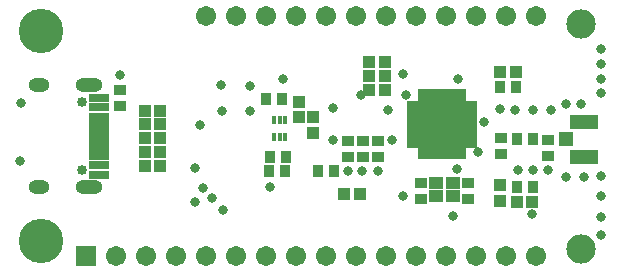
<source format=gbr>
%TF.GenerationSoftware,Altium Limited,Altium Designer,20.0.10 (225)*%
G04 Layer_Color=8388736*
%FSLAX26Y26*%
%MOIN*%
%TF.FileFunction,Soldermask,Top*%
%TF.Part,Single*%
G01*
G75*
%TA.AperFunction,ComponentPad*%
%ADD40C,0.067370*%
%ADD41R,0.067370X0.067370*%
%ADD42C,0.148000*%
%ADD43C,0.098000*%
%ADD44O,0.070992X0.047370*%
%ADD45O,0.090677X0.047370*%
%ADD46C,0.033591*%
%TA.AperFunction,ViaPad*%
%ADD47C,0.031622*%
%TA.AperFunction,SMDPad,CuDef*%
%ADD53R,0.039496X0.043433*%
%ADD54R,0.039496X0.037528*%
%ADD55R,0.043433X0.039496*%
%ADD56R,0.049339X0.047370*%
%ADD57R,0.094614X0.049339*%
%TA.AperFunction,ConnectorPad*%
%ADD58R,0.065087X0.031622*%
%ADD59R,0.065087X0.019811*%
%TA.AperFunction,SMDPad,CuDef*%
%ADD60R,0.037528X0.039496*%
%ADD61R,0.039496X0.018630*%
%ADD62R,0.018630X0.039496*%
%ADD63R,0.153669X0.153669*%
%ADD64R,0.045402X0.041465*%
%ADD65R,0.015811X0.030378*%
D40*
X1761323Y864567D02*
D03*
X1661323D02*
D03*
X1561323D02*
D03*
X1461323D02*
D03*
X1361323D02*
D03*
X1261323D02*
D03*
X1161323D02*
D03*
X1061323D02*
D03*
X961323D02*
D03*
X861323D02*
D03*
X761323D02*
D03*
X661323D02*
D03*
X1761323Y64567D02*
D03*
X1661323D02*
D03*
X1561323D02*
D03*
X1461323D02*
D03*
X1361323D02*
D03*
X1261323D02*
D03*
X1161323D02*
D03*
X1061323D02*
D03*
X961323D02*
D03*
X861323D02*
D03*
X761323D02*
D03*
X661323D02*
D03*
X561323D02*
D03*
X461323D02*
D03*
X361323D02*
D03*
D41*
X261323D02*
D03*
D42*
X111323Y114567D02*
D03*
Y814567D02*
D03*
D43*
X1911323Y839567D02*
D03*
Y89567D02*
D03*
D44*
X104529Y294882D02*
D03*
Y635039D02*
D03*
D45*
X269096Y294882D02*
D03*
Y635039D02*
D03*
D46*
X248230Y351181D02*
D03*
Y578740D02*
D03*
D47*
X917402Y656032D02*
D03*
X1266323Y553909D02*
D03*
X1084991Y558682D02*
D03*
X1316882Y265540D02*
D03*
X873031Y296025D02*
D03*
X622978Y245308D02*
D03*
X1483488Y200276D02*
D03*
X38886Y383154D02*
D03*
X43089Y575021D02*
D03*
X807070Y548909D02*
D03*
Y631551D02*
D03*
X711877Y634179D02*
D03*
X712530Y550604D02*
D03*
X1317913Y673228D02*
D03*
X1748032Y204724D02*
D03*
X649606Y291339D02*
D03*
X679134Y257874D02*
D03*
X718504Y218504D02*
D03*
X374016Y668698D02*
D03*
X622978Y360824D02*
D03*
X639764Y502172D02*
D03*
X1176102Y603111D02*
D03*
X1328740Y603740D02*
D03*
X1133858Y349606D02*
D03*
X1181102Y348031D02*
D03*
X1978347Y136220D02*
D03*
Y195276D02*
D03*
X1978347Y264173D02*
D03*
X1978347Y756299D02*
D03*
X1978347Y705512D02*
D03*
Y657495D02*
D03*
Y609354D02*
D03*
X1909449Y571777D02*
D03*
X1860236Y571773D02*
D03*
X1811024Y552695D02*
D03*
X1749016D02*
D03*
X1690943D02*
D03*
X1640963Y554269D02*
D03*
X1699034Y351181D02*
D03*
X1749016D02*
D03*
X1801181Y352756D02*
D03*
X1859252Y327953D02*
D03*
X1919291Y329527D02*
D03*
X1978347Y331102D02*
D03*
X1232284Y348031D02*
D03*
X1279528Y453918D02*
D03*
X1082677Y452162D02*
D03*
X1414173Y460262D02*
D03*
X1484252Y461837D02*
D03*
Y547334D02*
D03*
X1414173Y548909D02*
D03*
X1499213Y654724D02*
D03*
X1586889Y511811D02*
D03*
X1496063Y354331D02*
D03*
X1566416Y412443D02*
D03*
D53*
X1122047Y272297D02*
D03*
X1173228D02*
D03*
X1204724Y666985D02*
D03*
X1255906D02*
D03*
X1696850Y247172D02*
D03*
X1748032D02*
D03*
X1641947Y678253D02*
D03*
X1693128D02*
D03*
X1204724Y619488D02*
D03*
X1255906D02*
D03*
X456110Y550484D02*
D03*
X507291D02*
D03*
X456110Y504381D02*
D03*
X507291D02*
D03*
X456110Y458278D02*
D03*
X507291D02*
D03*
X456110Y412175D02*
D03*
X507291D02*
D03*
X456110Y366072D02*
D03*
X507291D02*
D03*
X1204724Y712087D02*
D03*
X1255906D02*
D03*
D54*
X374016Y619488D02*
D03*
Y566339D02*
D03*
X1133858Y450570D02*
D03*
Y397420D02*
D03*
X1183071Y450570D02*
D03*
Y397420D02*
D03*
X1232284Y450570D02*
D03*
Y397420D02*
D03*
X1535433Y254921D02*
D03*
Y308071D02*
D03*
X1377953Y308069D02*
D03*
Y254920D02*
D03*
X1643701Y404528D02*
D03*
Y457677D02*
D03*
X1801181Y453737D02*
D03*
Y400588D02*
D03*
D55*
X1641732Y249792D02*
D03*
Y300973D02*
D03*
X1018720Y527949D02*
D03*
Y476767D02*
D03*
X971869Y580610D02*
D03*
Y529429D02*
D03*
D56*
X1859252Y454253D02*
D03*
D57*
X1919291Y396182D02*
D03*
Y512324D02*
D03*
D58*
X305120Y337008D02*
D03*
Y368504D02*
D03*
Y561417D02*
D03*
Y592913D02*
D03*
D59*
Y474803D02*
D03*
Y494488D02*
D03*
Y514173D02*
D03*
Y533858D02*
D03*
Y396063D02*
D03*
Y415748D02*
D03*
Y435433D02*
D03*
Y455118D02*
D03*
D60*
X1749016Y297172D02*
D03*
X1695866D02*
D03*
X1694112Y629788D02*
D03*
X1640963D02*
D03*
X1749016Y455118D02*
D03*
X1695866D02*
D03*
X1087898Y349606D02*
D03*
X1034748D02*
D03*
X871595Y348327D02*
D03*
X924744D02*
D03*
X873031Y397358D02*
D03*
X926181D02*
D03*
X912402Y590452D02*
D03*
X859252D02*
D03*
D61*
X1543307Y435552D02*
D03*
Y455237D02*
D03*
Y474922D02*
D03*
Y494607D02*
D03*
Y514292D02*
D03*
Y533977D02*
D03*
Y553663D02*
D03*
Y573347D02*
D03*
X1350394D02*
D03*
Y553663D02*
D03*
Y533977D02*
D03*
Y514292D02*
D03*
Y494607D02*
D03*
Y474922D02*
D03*
Y455237D02*
D03*
Y435552D02*
D03*
D62*
X1515748Y600907D02*
D03*
X1496063D02*
D03*
X1476378D02*
D03*
X1456693D02*
D03*
X1437008D02*
D03*
X1417323D02*
D03*
X1397638D02*
D03*
X1377953D02*
D03*
Y407993D02*
D03*
X1397638D02*
D03*
X1417323D02*
D03*
X1437008D02*
D03*
X1456693D02*
D03*
X1476378D02*
D03*
X1496063D02*
D03*
X1515748D02*
D03*
D63*
X1446850Y504450D02*
D03*
D64*
X1485236Y310816D02*
D03*
Y265540D02*
D03*
X1428150D02*
D03*
Y310816D02*
D03*
D65*
X925197Y461925D02*
D03*
X905512D02*
D03*
X885827D02*
D03*
Y520193D02*
D03*
X905512D02*
D03*
X925197D02*
D03*
%TF.MD5,8f78057ae3a67f16462a97103a42d238*%
M02*

</source>
